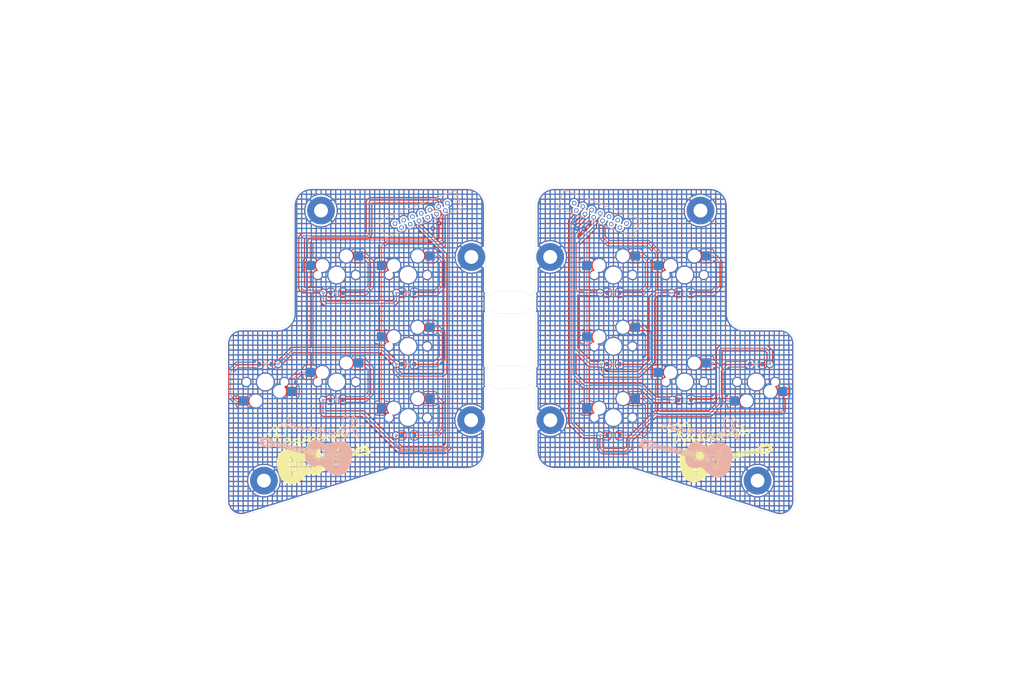
<source format=kicad_pcb>
(kicad_pcb (version 20240108) (generator "pcbnew") (generator_version "8.0")
  (layers (0 "F.Cu" signal) (31 "B.Cu" signal) (34 "B.Paste" user) (35 "F.Paste" user) (36 "B.SilkS" user "B.Silkscreen") (37 "F.SilkS" user "F.Silkscreen") (38 "B.Mask" user) (39 "F.Mask" user) (44 "Edge.Cuts" user))
  (net 0 "")
  (net 1 "/ROW_3")
  (net 2 "Net-(D1-A)")
  (net 3 "Net-(D2-A)")
  (net 4 "/ROW_4")
  (net 5 "/ROW_2")
  (net 6 "Net-(D3-A)")
  (net 7 "Net-(D4-A)")
  (net 8 "Net-(D5-A)")
  (net 9 "/ROW_5")
  (net 10 "Net-(D6-A)")
  (net 11 "Net-(D7-A)")
  (net 12 "Net-(D8-A)")
  (net 13 "Net-(D9-A)")
  (net 14 "Net-(D10-A)")
  (net 15 "Net-(D11-A)")
  (net 16 "Net-(D12-A)")
  (net 17 "/COL_5")
  (net 18 "/COL_6")
  (net 27 "/ROW_R_6")
  (net 28 "/ROW_R_8")
  (net 29 "/ROW_R_9")
  (net 30 "/ROW_R_7")
  (net 31 "/COL_R_6")
  (net 32 "/COL_R_5")
  (net 33 "/GND_L")
  (net 34 "/GND_R")
  (net 35 "unconnected-(J1-Pin_11-Pad11)")
  (footprint "HOLE_M2_TH" (layer "F.Cu") (at 154.681387 112.2619)
    (property "Reference" "" (at 0 0 0) (layer "F.SilkS") (effects (font (size 1.27 1.27))))
    (property "Value" "")
    (pad "" np_thru_hole circle (at 0 -1.875 90) (size 0.5 0.5) (drill 0.5) (layers "F&B.Cu" "*.Mask") (clearance 0.3))
    (pad "" np_thru_hole circle (at 0 -1.125 90) (size 0.5 0.5) (drill 0.5) (layers "F&B.Cu" "*.Mask") (clearance 0.3))
    (pad "" np_thru_hole circle (at 0 -0.375 90) (size 0.5 0.5) (drill 0.5) (layers "F&B.Cu" "*.Mask") (clearance 0.3))
    (pad "" np_thru_hole circle (at 0 0.375 90) (size 0.5 0.5) (drill 0.5) (layers "F&B.Cu" "*.Mask") (clearance 0.3))
    (pad "" np_thru_hole circle (at 0 1.125 90) (size 0.5 0.5) (drill 0.5) (layers "F&B.Cu" "*.Mask") (clearance 0.3))
    (pad "" np_thru_hole circle (at 0 1.875 90) (size 0.5 0.5) (drill 0.5) (layers "F&B.Cu" "*.Mask") (clearance 0.3))
  )
  (footprint "MountingHole:MountingHole_3.7mm_Pad" (layer "F.Cu") (at 97.686989 67.741107)
    (property "Reference" "H4" (hide yes))
    (property "Value" "MountingHole_Pad")
    (pad "1" thru_hole circle (at 0 0) (size 7.4 7.4) (drill 3.7) (layers "*.Cu" "*.Mask") (net 33 "/GND_L"))
  )
  (footprint "MountingHole:MountingHole_3.7mm_Pad" (layer "F.Cu") (at 198.9719 67.7411)
    (property "Reference" "H8" (hide yes))
    (property "Value" "MountingHole_Pad")
    (pad "1" thru_hole circle (at 0 0) (size 7.4 7.4) (drill 3.7) (layers "*.Cu" "*.Mask") (net 34 "/GND_R"))
  )
  (footprint "Rasgueado_Lib:Logo" (layer "F.Cu") (at 204.4089 132.2621)
    (property "Reference" "G***" (hide yes))
    (property "Value" "LOGO" (hide yes))
  )
  (footprint "MountingHole:MountingHole_3.7mm_Pad" (layer "F.Cu") (at 137.752989 123.737107)
    (property "Reference" "H2" (hide yes))
    (property "Value" "MountingHole_Pad")
    (pad "1" thru_hole circle (at 0 0) (size 7.4 7.4) (drill 3.7) (layers "*.Cu" "*.Mask") (net 33 "/GND_L"))
  )
  (footprint "MountingHole:MountingHole_3.7mm_Pad" (layer "F.Cu") (at 158.8559 80.1371)
    (property "Reference" "H6" (hide yes))
    (property "Value" "MountingHole_Pad")
    (pad "1" thru_hole circle (at 0 0) (size 7.4 7.4) (drill 3.7) (layers "*.Cu" "*.Mask") (net 34 "/GND_R"))
  )
  (footprint "HOLE_M2_TH" (layer "F.Cu") (at 141.861387 112.2619)
    (property "Reference" "" (at 0 0 0) (layer "F.SilkS") (effects (font (size 1.27 1.27))))
    (property "Value" "")
    (pad "" np_thru_hole circle (at 0 -1.875 90) (size 0.5 0.5) (drill 0.5) (layers "F&B.Cu" "*.Mask") (clearance 0.3))
    (pad "" np_thru_hole circle (at 0 -1.125 90) (size 0.5 0.5) (drill 0.5) (layers "F&B.Cu" "*.Mask") (clearance 0.3))
    (pad "" np_thru_hole circle (at 0 -0.375 90) (size 0.5 0.5) (drill 0.5) (layers "F&B.Cu" "*.Mask") (clearance 0.3))
    (pad "" np_thru_hole circle (at 0 0.375 90) (size 0.5 0.5) (drill 0.5) (layers "F&B.Cu" "*.Mask") (clearance 0.3))
    (pad "" np_thru_hole circle (at 0 1.125 90) (size 0.5 0.5) (drill 0.5) (layers "F&B.Cu" "*.Mask") (clearance 0.3))
    (pad "" np_thru_hole circle (at 0 1.875 90) (size 0.5 0.5) (drill 0.5) (layers "F&B.Cu" "*.Mask") (clearance 0.3))
  )
  (footprint "MountingHole:MountingHole_3.7mm_Pad" (layer "F.Cu") (at 158.9059 123.7371)
    (property "Reference" "H7" (hide yes))
    (property "Value" "MountingHole_Pad")
    (pad "1" thru_hole circle (at 0 0) (size 7.4 7.4) (drill 3.7) (layers "*.Cu" "*.Mask") (net 34 "/GND_R"))
  )
  (footprint "MountingHole:MountingHole_3.7mm_Pad" (layer "F.Cu") (at 82.446989 139.877107)
    (property "Reference" "H1" (hide yes))
    (property "Value" "MountingHole_Pad")
    (pad "1" thru_hole circle (at 0 0) (size 7.4 7.4) (drill 3.7) (layers "*.Cu" "*.Mask") (net 33 "/GND_L"))
  )
  (footprint "MountingHole:MountingHole_3.7mm_Pad" (layer "F.Cu") (at 137.802989 80.137107)
    (property "Reference" "H3" (hide yes))
    (property "Value" "MountingHole_Pad")
    (pad "1" thru_hole circle (at 0 0) (size 7.4 7.4) (drill 3.7) (layers "*.Cu" "*.Mask") (net 33 "/GND_L"))
  )
  (footprint "HOLE_M2_TH" (layer "F.Cu") (at 154.681387 92.2619)
    (property "Reference" "" (at 0 0 0) (layer "F.SilkS") (effects (font (size 1.27 1.27))))
    (property "Value" "")
    (pad "" np_thru_hole circle (at 0 -1.875 90) (size 0.5 0.5) (drill 0.5) (layers "F&B.Cu" "*.Mask") (clearance 0.3))
    (pad "" np_thru_hole circle (at 0 -1.125 90) (size 0.5 0.5) (drill 0.5) (layers "F&B.Cu" "*.Mask") (clearance 0.3))
    (pad "" np_thru_hole circle (at 0 -0.375 90) (size 0.5 0.5) (drill 0.5) (layers "F&B.Cu" "*.Mask") (clearance 0.3))
    (pad "" np_thru_hole circle (at 0 0.375 90) (size 0.5 0.5) (drill 0.5) (layers "F&B.Cu" "*.Mask") (clearance 0.3))
    (pad "" np_thru_hole circle (at 0 1.125 90) (size 0.5 0.5) (drill 0.5) (layers "F&B.Cu" "*.Mask") (clearance 0.3))
    (pad "" np_thru_hole circle (at 0 1.875 90) (size 0.5 0.5) (drill 0.5) (layers "F&B.Cu" "*.Mask") (clearance 0.3))
  )
  (footprint "Rasgueado_Lib:Logo" (layer "F.Cu") (at 96.9089 132.7621)
    (property "Reference" "G***" (hide yes))
    (property "Value" "LOGO" (hide yes))
  )
  (footprint "MountingHole:MountingHole_3.7mm_Pad" (layer "F.Cu") (at 214.2119 139.8771)
    (property "Reference" "H5" (hide yes))
    (property "Value" "MountingHole_Pad")
    (pad "1" thru_hole circle (at 0 0) (size 7.4 7.4) (drill 3.7) (layers "*.Cu" "*.Mask") (net 34 "/GND_R"))
  )
  (footprint "HOLE_M2_TH" (layer "F.Cu") (at 141.861387 92.2619)
    (property "Reference" "" (at 0 0 0) (layer "F.SilkS") (effects (font (size 1.27 1.27))))
    (property "Value" "")
    (pad "" np_thru_hole circle (at 0 -1.875 90) (size 0.5 0.5) (drill 0.5) (layers "F&B.Cu" "*.Mask") (clearance 0.3))
    (pad "" np_thru_hole circle (at 0 -1.125 90) (size 0.5 0.5) (drill 0.5) (layers "F&B.Cu" "*.Mask") (clearance 0.3))
    (pad "" np_thru_hole circle (at 0 -0.375 90) (size 0.5 0.5) (drill 0.5) (layers "F&B.Cu" "*.Mask") (clearance 0.3))
    (pad "" np_thru_hole circle (at 0 0.375 90) (size 0.5 0.5) (drill 0.5) (layers "F&B.Cu" "*.Mask") (clearance 0.3))
    (pad "" np_thru_hole circle (at 0 1.125 90) (size 0.5 0.5) (drill 0.5) (layers "F&B.Cu" "*.Mask") (clearance 0.3))
    (pad "" np_thru_hole circle (at 0 1.875 90) (size 0.5 0.5) (drill 0.5) (layers "F&B.Cu" "*.Mask") (clearance 0.3))
  )
  (footprint "MX_V2-main:MX-Hotswap-1U" (layer "B.Cu") (at 82.827989 113.524607)
    (property "Reference" "S1")
    (property "Value" "Left2uOuter")
    (pad "" np_thru_hole circle (at -5.08 0 48.099) (size 1.7018 1.7018) (drill 1.7018) (layers "F&B.Cu" "*.Mask"))
    (pad "" np_thru_hole circle (at -2.54 5.08) (size 3 3) (drill 3) (layers "F&B.Cu" "*.Mask"))
    (pad "" np_thru_hole circle (at 0 0) (size 3.9878 3.9878) (drill 3.9878) (layers "F&B.Cu" "*.Mask"))
    (pad "" np_thru_hole circle (at 3.81 2.54) (size 3 3) (drill 3) (layers "F&B.Cu" "*.Mask"))
    (pad "" np_thru_hole circle (at 5.08 0 48.099) (size 1.7018 1.7018) (drill 1.7018) (layers "F&B.Cu" "*.Mask"))
    (pad "1" smd roundrect (at 7.085 2.54) (size 2.55 2.5) (layers "B.Cu" "B.Paste" "B.Mask") (roundrect_rratio 0.08) (net 18 "/COL_6"))
    (pad "2" smd roundrect (at -5.842 5.08) (size 2.55 2.5) (layers "B.Cu" "B.Paste" "B.Mask") (roundrect_rratio 0.08) (net 2 "Net-(D1-A)"))
  )
  (footprint "MX_V2-main:MX-Hotswap-1U" (layer "B.Cu") (at 101.877989 113.524607 180)
    (property "Reference" "S2")
    (property "Value" "Left2uMiddle")
    (pad "" np_thru_hole circle (at -5.08 0 228.099) (size 1.7018 1.7018) (drill 1.7018) (layers "F&B.Cu" "*.Mask"))
    (pad "" np_thru_hole circle (at -2.54 5.08 180) (size 3 3) (drill 3) (layers "F&B.Cu" "*.Mask"))
    (pad "" np_thru_hole circle (at 0 0 180) (size 3.9878 3.9878) (drill 3.9878) (layers "F&B.Cu" "*.Mask"))
    (pad "" np_thru_hole circle (at 3.81 2.54 180) (size 3 3) (drill 3) (layers "F&B.Cu" "*.Mask"))
    (pad "" np_thru_hole circle (at 5.08 0 228.099) (size 1.7018 1.7018) (drill 1.7018) (layers "F&B.Cu" "*.Mask"))
    (pad "1" smd roundrect (at 7.085 2.54 180) (size 2.55 2.5) (layers "B.Cu" "B.Paste" "B.Mask") (roundrect_rratio 0.08) (net 18 "/COL_6"))
    (pad "2" smd roundrect (at -5.842 5.08 180) (size 2.55 2.5) (layers "B.Cu" "B.Paste" "B.Mask") (roundrect_rratio 0.08) (net 3 "Net-(D2-A)"))
  )
  (footprint "ScottoKeebs_Components:Diode_SOD-123" (layer "B.Cu") (at 175.7309 127.8121)
    (property "Reference" "D12" (hide yes))
    (property "Value" "Diode")
    (pad "1" smd roundrect (at -1.65 0) (size 0.9 1.2) (layers "B.Cu" "B.Paste" "B.Mask") (net 27 "/ROW_R_6"))
    (pad "2" smd roundrect (at 1.65 0) (size 0.9 1.2) (layers "B.Cu" "B.Paste" "B.Mask") (net 16 "Net-(D12-A)"))
  )
  (footprint "MX_V2-main:MX-Hotswap-1U" (layer "B.Cu") (at 175.7309 84.9496 180)
    (property "Reference" "S9")
    (property "Value" "Right1uTopInner")
    (pad "" np_thru_hole circle (at -5.08 0 228.099) (size 1.7018 1.7018) (drill 1.7018) (layers "F&B.Cu" "*.Mask"))
    (pad "" np_thru_hole circle (at -2.54 5.08 180) (size 3 3) (drill 3) (layers "F&B.Cu" "*.Mask"))
    (pad "" np_thru_hole circle (at 0 0 180) (size 3.9878 3.9878) (drill 3.9878) (layers "F&B.Cu" "*.Mask"))
    (pad "" np_thru_hole circle (at 3.81 2.54 180) (size 3 3) (drill 3) (layers "F&B.Cu" "*.Mask"))
    (pad "" np_thru_hole circle (at 5.08 0 228.099) (size 1.7018 1.7018) (drill 1.7018) (layers "F&B.Cu" "*.Mask"))
    (pad "1" smd roundrect (at 7.085 2.54 180) (size 2.55 2.5) (layers "B.Cu" "B.Paste" "B.Mask") (roundrect_rratio 0.08) (net 31 "/COL_R_6"))
    (pad "2" smd roundrect (at -5.842 5.08 180) (size 2.55 2.5) (layers "B.Cu" "B.Paste" "B.Mask") (roundrect_rratio 0.08) (net 13 "Net-(D9-A)"))
  )
  (footprint "MX_V2-main:MX-Hotswap-1U" (layer "B.Cu") (at 120.927989 103.999607 180)
    (property "Reference" "S4")
    (property "Value" "Left1uMiddle")
    (pad "" np_thru_hole circle (at -5.08 0 228.099) (size 1.7018 1.7018) (drill 1.7018) (layers "F&B.Cu" "*.Mask"))
    (pad "" np_thru_hole circle (at -2.54 5.08 180) (size 3 3) (drill 3) (layers "F&B.Cu" "*.Mask"))
    (pad "" np_thru_hole circle (at 0 0 180) (size 3.9878 3.9878) (drill 3.9878) (layers "F&B.Cu" "*.Mask"))
    (pad "" np_thru_hole circle (at 3.81 2.54 180) (size 3 3) (drill 3) (layers "F&B.Cu" "*.Mask"))
    (pad "" np_thru_hole circle (at 5.08 0 228.099) (size 1.7018 1.7018) (drill 1.7018) (layers "F&B.Cu" "*.Mask"))
    (pad "1" smd roundrect (at 7.085 2.54 180) (size 2.55 2.5) (layers "B.Cu" "B.Paste" "B.Mask") (roundrect_rratio 0.08) (net 17 "/COL_5"))
    (pad "2" smd roundrect (at -5.842 5.08 180) (size 2.55 2.5) (layers "B.Cu" "B.Paste" "B.Mask") (roundrect_rratio 0.08) (net 7 "Net-(D4-A)"))
  )
  (footprint "Rasgueado_Lib:39-53-2135" (layer "B.Cu") (at 124.41794 68.478067 -158.769)
    (property "Reference" "J1" (hide yes))
    (property "Value" "Bottom_Left")
    (pad "1" thru_hole circle (at -7.5 0 201.231) (size 1.2 1.2) (drill 0.8) (layers "*.Cu" "*.Mask") (net 4 "/ROW_4"))
    (pad "2" thru_hole circle (at -6.25 -1.65 201.231) (size 1.2 1.2) (drill 0.8) (layers "*.Cu" "*.Mask") (net 5 "/ROW_2"))
    (pad "3" thru_hole circle (at -5 0 201.231) (size 1.2 1.2) (drill 0.8) (layers "*.Cu" "*.Mask") (net 9 "/ROW_5"))
    (pad "4" thru_hole circle (at -3.75 -1.65 201.231) (size 1.2 1.2) (drill 0.8) (layers "*.Cu" "*.Mask") (net 18 "/COL_6"))
    (pad "5" thru_hole circle (at -2.5 0 201.231) (size 1.2 1.2) (drill 0.8) (layers "*.Cu" "*.Mask") (net 17 "/COL_5"))
    (pad "6" thru_hole circle (at -1.25 -1.65 201.231) (size 1.2 1.2) (drill 0.8) (layers "*.Cu" "*.Mask"))
    (pad "7" thru_hole circle (at 0 0 201.231) (size 1.2 1.2) (drill 0.8) (layers "*.Cu" "*.Mask"))
    (pad "8" thru_hole circle (at 1.25 -1.65 201.231) (size 1.2 1.2) (drill 0.8) (layers "*.Cu" "*.Mask") (net 1 "/ROW_3"))
    (pad "9" thru_hole circle (at 2.5 0 201.231) (size 1.2 1.2) (drill 0.8) (layers "*.Cu" "*.Mask"))
    (pad "10" thru_hole circle (at 3.75 -1.65 201.231) (size 1.2 1.2) (drill 0.8) (layers "*.Cu" "*.Mask"))
    (pad "11" thru_hole circle (at 5 0 201.231) (size 1.2 1.2) (drill 0.8) (layers "*.Cu" "*.Mask") (net 35 "unconnected-(J1-Pin_11-Pad11)"))
    (pad "12" thru_hole circle (at 6.25 -1.65 201.231) (size 1.2 1.2) (drill 0.8) (layers "*.Cu" "*.Mask"))
    (pad "13" thru_hole circle (at 7.5 0 201.231) (size 1.2 1.2) (drill 0.8) (layers "*.Cu" "*.Mask"))
  )
  (footprint "ScottoKeebs_Components:Diode_SOD-123" (layer "B.Cu") (at 120.927989 108.762107)
    (property "Reference" "D4" (hide yes))
    (property "Value" "Diode")
    (pad "1" smd roundrect (at -1.65 0) (size 0.9 1.2) (layers "B.Cu" "B.Paste" "B.Mask") (net 1 "/ROW_3"))
    (pad "2" smd roundrect (at 1.65 0) (size 0.9 1.2) (layers "B.Cu" "B.Paste" "B.Mask") (net 7 "Net-(D4-A)"))
  )
  (footprint "Rasgueado_Lib:39-53-2135" (layer "B.Cu") (at 172.24096 68.478067 158.769)
    (property "Reference" "J2" (hide yes))
    (property "Value" "Bottom_Right")
    (pad "1" thru_hole circle (at -7.5 0 158.769) (size 1.2 1.2) (drill 0.8) (layers "*.Cu" "*.Mask"))
    (pad "2" thru_hole circle (at -6.25 -1.65 158.769) (size 1.2 1.2) (drill 0.8) (layers "*.Cu" "*.Mask"))
    (pad "3" thru_hole circle (at -5 0 158.769) (size 1.2 1.2) (drill 0.8) (layers "*.Cu" "*.Mask"))
    (pad "4" thru_hole circle (at -3.75 -1.65 158.769) (size 1.2 1.2) (drill 0.8) (layers "*.Cu" "*.Mask"))
    (pad "5" thru_hole circle (at -2.5 0 158.769) (size 1.2 1.2) (drill 0.8) (layers "*.Cu" "*.Mask"))
    (pad "6" thru_hole circle (at -1.25 -1.65 158.769) (size 1.2 1.2) (drill 0.8) (layers "*.Cu" "*.Mask") (net 32 "/COL_R_5"))
    (pad "7" thru_hole circle (at 0 0 158.769) (size 1.2 1.2) (drill 0.8) (layers "*.Cu" "*.Mask") (net 31 "/COL_R_6"))
    (pad "8" thru_hole circle (at 1.25 -1.65 158.769) (size 1.2 1.2) (drill 0.8) (layers "*.Cu" "*.Mask") (net 29 "/ROW_R_9"))
    (pad "9" thru_hole circle (at 2.5 0 158.769) (size 1.2 1.2) (drill 0.8) (layers "*.Cu" "*.Mask") (net 28 "/ROW_R_8"))
    (pad "10" thru_hole circle (at 3.75 -1.65 158.769) (size 1.2 1.2) (drill 0.8) (layers "*.Cu" "*.Mask") (net 30 "/ROW_R_7"))
    (pad "11" thru_hole circle (at 5 0 158.769) (size 1.2 1.2) (drill 0.8) (layers "*.Cu" "*.Mask") (net 27 "/ROW_R_6"))
    (pad "12" thru_hole circle (at 6.25 -1.65 158.769) (size 1.2 1.2) (drill 0.8) (layers "*.Cu" "*.Mask"))
    (pad "13" thru_hole circle (at 7.5 0 158.769) (size 1.2 1.2) (drill 0.8) (layers "*.Cu" "*.Mask"))
  )
  (footprint "MX_V2-main:MX-Hotswap-1U" (layer "B.Cu") (at 175.7309 123.0496 180)
    (property "Reference" "S12")
    (property "Value" "Right1uBottom")
    (pad "" np_thru_hole circle (at -5.08 0 228.099) (size 1.7018 1.7018) (drill 1.7018) (layers "F&B.Cu" "*.Mask"))
    (pad "" np_thru_hole circle (at -2.54 5.08 180) (size 3 3) (drill 3) (layers "F&B.Cu" "*.Mask"))
    (pad "" np_thru_hole circle (at 0 0 180) (size 3.9878 3.9878) (drill 3.9878) (layers "F&B.Cu" "*.Mask"))
    (pad "" np_thru_hole circle (at 3.81 2.54 180) (size 3 3) (drill 3) (layers "F&B.Cu" "*.Mask"))
    (pad "" np_thru_hole circle (at 5.08 0 228.099) (size 1.7018 1.7018) (drill 1.7018) (layers "F&B.Cu" "*.Mask"))
    (pad "1" smd roundrect (at 7.085 2.54 180) (size 2.55 2.5) (layers "B.Cu" "B.Paste" "B.Mask") (roundrect_rratio 0.08) (net 31 "/COL_R_6"))
    (pad "2" smd roundrect (at -5.842 5.08 180) (size 2.55 2.5) (layers "B.Cu" "B.Paste" "B.Mask") (roundrect_rratio 0.08) (net 16 "Net-(D12-A)"))
  )
  (footprint "ScottoKeebs_Components:Diode_SOD-123" (layer "B.Cu") (at 120.927989 127.812107)
    (property "Reference" "D3" (hide yes))
    (property "Value" "Diode")
    (pad "1" smd roundrect (at -1.65 0) (size 0.9 1.2) (layers "B.Cu" "B.Paste" "B.Mask") (net 5 "/ROW_2"))
    (pad "2" smd roundrect (at 1.65 0) (size 0.9 1.2) (layers "B.Cu" "B.Paste" "B.Mask") (net 6 "Net-(D3-A)"))
  )
  (footprint "ScottoKeebs_Components:Diode_SOD-123" (layer "B.Cu") (at 194.7809 118.2871)
    (property "Reference" "D11" (hide yes))
    (property "Value" "Diode")
    (pad "1" smd roundrect (at -1.65 0) (size 0.9 1.2) (layers "B.Cu" "B.Paste" "B.Mask") (net 30 "/ROW_R_7"))
    (pad "2" smd roundrect (at 1.65 0) (size 0.9 1.2) (layers "B.Cu" "B.Paste" "B.Mask") (net 15 "Net-(D11-A)"))
  )
  (footprint "ScottoKeebs_Components:Diode_SOD-123" (layer "B.Cu") (at 194.7809 89.7121)
    (property "Reference" "D10" (hide yes))
    (property "Value" "Diode")
    (pad "1" smd roundrect (at -1.65 0) (size 0.9 1.2) (layers "B.Cu" "B.Paste" "B.Mask") (net 28 "/ROW_R_8"))
    (pad "2" smd roundrect (at 1.65 0) (size 0.9 1.2) (layers "B.Cu" "B.Paste" "B.Mask") (net 14 "Net-(D10-A)"))
  )
  (footprint "ScottoKeebs_Components:Diode_SOD-123" (layer "B.Cu") (at 175.7309 89.7121)
    (property "Reference" "D9" (hide yes))
    (property "Value" "Diode")
    (pad "1" smd roundrect (at -1.65 0) (size 0.9 1.2) (layers "B.Cu" "B.Paste" "B.Mask") (net 29 "/ROW_R_9"))
    (pad "2" smd roundrect (at 1.65 0) (size 0.9 1.2) (layers "B.Cu" "B.Paste" "B.Mask") (net 13 "Net-(D9-A)"))
  )
  (footprint "MX_V2-main:MX-Hotswap-1U" (layer "B.Cu") (at 213.8309 113.5246)
    (property "Reference" "S7")
    (property "Value" "Right2uOuter")
    (pad "" np_thru_hole circle (at -5.08 0 48.099) (size 1.7018 1.7018) (drill 1.7018) (layers "F&B.Cu" "*.Mask"))
    (pad "" np_thru_hole circle (at -2.54 5.08) (size 3 3) (drill 3) (layers "F&B.Cu" "*.Mask"))
    (pad "" np_thru_hole circle (at 0 0) (size 3.9878 3.9878) (drill 3.9878) (layers "F&B.Cu" "*.Mask"))
    (pad "" np_thru_hole circle (at 3.81 2.54) (size 3 3) (drill 3) (layers "F&B.Cu" "*.Mask"))
    (pad "" np_thru_hole circle (at 5.08 0 48.099) (size 1.7018 1.7018) (drill 1.7018) (layers "F&B.Cu" "*.Mask"))
    (pad "1" smd roundrect (at 7.085 2.54) (size 2.55 2.5) (layers "B.Cu" "B.Paste" "B.Mask") (roundrect_rratio 0.08) (net 32 "/COL_R_5"))
    (pad "2" smd roundrect (at -5.842 5.08) (size 2.55 2.5) (layers "B.Cu" "B.Paste" "B.Mask") (roundrect_rratio 0.08) (net 11 "Net-(D7-A)"))
  )
  (footprint "MX_V2-main:MX-Hotswap-1U" (layer "B.Cu") (at 120.927989 84.949607 180)
    (property "Reference" "S5")
    (property "Value" "Left1uTopInner")
    (pad "" np_thru_hole circle (at -5.08 0 228.099) (size 1.7018 1.7018) (drill 1.7018) (layers "F&B.Cu" "*.Mask"))
    (pad "" np_thru_hole circle (at -2.54 5.08 180) (size 3 3) (drill 3) (layers "F&B.Cu" "*.Mask"))
    (pad "" np_thru_hole circle (at 0 0 180) (size 3.9878 3.9878) (drill 3.9878) (layers "F&B.Cu" "*.Mask"))
    (pad "" np_thru_hole circle (at 3.81 2.54 180) (size 3 3) (drill 3) (layers "F&B.Cu" "*.Mask"))
    (pad "" np_thru_hole circle (at 5.08 0 228.099) (size 1.7018 1.7018) (drill 1.7018) (layers "F&B.Cu" "*.Mask"))
    (pad "1" smd roundrect (at 7.085 2.54 180) (size 2.55 2.5) (layers "B.Cu" "B.Paste" "B.Mask") (roundrect_rratio 0.08) (net 17 "/COL_5"))
    (pad "2" smd roundrect (at -5.842 5.08 180) (size 2.55 2.5) (layers "B.Cu" "B.Paste" "B.Mask") (roundrect_rratio 0.08) (net 8 "Net-(D5-A)"))
  )
  (footprint "Rasgueado_Lib:Logo" (layer "B.Cu") (at 95 130.5 180)
    (property "Reference" "G***" (hide yes))
    (property "Value" "LOGO" (hide yes))
  )
  (footprint "ScottoKeebs_Components:Diode_SOD-123" (layer "B.Cu") (at 120.927989 89.712107)
    (property "Reference" "D5" (hide yes))
    (property "Value" "Diode")
    (pad "1" smd roundrect (at -1.65 0) (size 0.9 1.2) (layers "B.Cu" "B.Paste" "B.Mask") (net 9 "/ROW_5"))
    (pad "2" smd roundrect (at 1.65 0) (size 0.9 1.2) (layers "B.Cu" "B.Paste" "B.Mask") (net 8 "Net-(D5-A)"))
  )
  (footprint "ScottoKeebs_Components:Diode_SOD-123" (layer "B.Cu") (at 101.877989 118.287107)
    (property "Reference" "D2" (hide yes))
    (property "Value" "Diode")
    (pad "1" smd roundrect (at -1.65 0) (size 0.9 1.2) (layers "B.Cu" "B.Paste" "B.Mask") (net 4 "/ROW_4"))
    (pad "2" smd roundrect (at 1.65 0) (size 0.9 1.2) (layers "B.Cu" "B.Paste" "B.Mask") (net 3 "Net-(D2-A)"))
  )
  (footprint "MX_V2-main:MX-Hotswap-1U" (layer "B.Cu") (at 101.877989 84.949607 180)
    (property "Reference" "S6")
    (property "Value" "Left1uTopMiddle")
    (pad "" np_thru_hole circle (at -5.08 0 228.099) (size 1.7018 1.7018) (drill 1.7018) (layers "F&B.Cu" "*.Mask"))
    (pad "" np_thru_hole circle (at -2.54 5.08 180) (size 3 3) (drill 3) (layers "F&B.Cu" "*.Mask"))
    (pad "" np_thru_hole circle (at 0 0 180) (size 3.9878 3.9878) (drill 3.9878) (layers "F&B.Cu" "*.Mask"))
    (pad "" np_thru_hole circle (at 3.81 2.54 180) (size 3 3) (drill 3) (layers "F&B.Cu" "*.Mask"))
    (pad "" np_thru_hole circle (at 5.08 0 228.099) (size 1.7018 1.7018) (drill 1.7018) (layers "F&B.Cu" "*.Mask"))
    (pad "1" smd roundrect (at 7.085 2.54 180) (size 2.55 2.5) (layers "B.Cu" "B.Paste" "B.Mask") (roundrect_rratio 0.08) (net 18 "/COL_6"))
    (pad "2" smd roundrect (at -5.842 5.08 180) (size 2.55 2.5) (layers "B.Cu" "B.Paste" "B.Mask") (roundrect_rratio 0.08) (net 10 "Net-(D6-A)"))
  )
  (footprint "ScottoKeebs_Components:Diode_SOD-123" (layer "B.Cu") (at 175.7309 108.7621)
    (property "Reference" "D8" (hide yes))
    (property "Value" "Diode")
    (pad "1" smd roundrect (at -1.65 0) (size 0.9 1.2) (layers "B.Cu" "B.Paste" "B.Mask") (net 28 "/ROW_R_8"))
    (pad "2" smd roundrect (at 1.65 0) (size 0.9 1.2) (layers "B.Cu" "B.Paste" "B.Mask") (net 12 "Net-(D8-A)"))
  )
  (footprint "ScottoKeebs_Components:Diode_SOD-123" (layer "B.Cu") (at 213.8309 108.7621 180)
    (property "Reference" "D7" (hide yes))
    (property "Value" "Diode")
    (pad "1" smd roundrect (at -1.65 0 180) (size 0.9 1.2) (layers "B.Cu" "B.Paste" "B.Mask") (net 27 "/ROW_R_6"))
    (pad "2" smd roundrect (at 1.65 0 180) (size 0.9 1.2) (layers "B.Cu" "B.Paste" "B.Mask") (net 11 "Net-(D7-A)"))
  )
  (footprint "ScottoKeebs_Components:Diode_SOD-123" (layer "B.Cu") (at 82.827989 108.762107 180)
    (property "Reference" "D1" (hide yes))
    (property "Value" "Diode")
    (pad "1" smd roundrect (at -1.65 0 180) (size 0.9 1.2) (layers "B.Cu" "B.Paste" "B.Mask") (net 1 "/ROW_3"))
    (pad "2" smd roundrect (at 1.65 0 180) (size 0.9 1.2) (layers "B.Cu" "B.Paste" "B.Mask") (net 2 "Net-(D1-A)"))
  )
  (footprint "MX_V2-main:MX-Hotswap-1U" (layer "B.Cu") (at 194.7809 113.5246 180)
    (property "Reference" "S11")
    (property "Value" "Right2uMiddle")
    (pad "" np_thru_hole circle (at -5.08 0 228.099) (size 1.7018 1.7018) (drill 1.7018) (layers "F&B.Cu" "*.Mask"))
    (pad "" np_thru_hole circle (at -2.54 5.08 180) (size 3 3) (drill 3) (layers "F&B.Cu" "*.Mask"))
    (pad "" np_thru_hole circle (at 0 0 180) (size 3.9878 3.9878) (drill 3.9878) (layers "F&B.Cu" "*.Mask"))
    (pad "" np_thru_hole circle (at 3.81 2.54 180) (size 3 3) (drill 3) (layers "F&B.Cu" "*.Mask"))
    (pad "" np_thru_hole circle (at 5.08 0 228.099) (size 1.7018 1.7018) (drill 1.7018) (layers "F&B.Cu" "*.Mask"))
    (pad "1" smd roundrect (at 7.085 2.54 180) (size 2.55 2.5) (layers "B.Cu" "B.Paste" "B.Mask") (roundrect_rratio 0.08) (net 32 "/COL_R_5"))
    (pad "2" smd roundrect (at -5.842 5.08 180) (size 2.55 2.5) (layers "B.Cu" "B.Paste" "B.Mask") (roundrect_rratio 0.08) (net 15 "Net-(D11-A)"))
  )
  (footprint "Rasgueado_Lib:Logo" (layer "B.Cu") (at 196.5 131 180)
    (property "Reference" "G***" (hide yes))
    (property "Value" "LOGO" (hide yes))
  )
  (footprint "MX_V2-main:MX-Hotswap-1U" (layer "B.Cu") (at 175.7309 103.9996 180)
    (property "Reference" "S8")
    (property "Value" "Right1uMiddle")
    (pad "" np_thru_hole circle (at -5.08 0 228.099) (size 1.7018 1.7018) (drill 1.7018) (layers "F&B.Cu" "*.Mask"))
    (pad "" np_thru_hole circle (at -2.54 5.08 180) (size 3 3) (drill 3) (layers "F&B.Cu" "*.Mask"))
    (pad "" np_thru_hole circle (at 0 0 180) (size 3.9878 3.9878) (drill 3.9878) (layers "F&B.Cu" "*.Mask"))
    (pad "" np_thru_hole circle (at 3.81 2.54 180) (size 3 3) (drill 3) (layers "F&B.Cu" "*.Mask"))
    (pad "" np_thru_hole circle (at 5.08 0 228.099) (size 1.7018 1.7018) (drill 1.7018) (layers "F&B.Cu" "*.Mask"))
    (pad "1" smd roundrect (at 7.085 2.54 180) (size 2.55 2.5) (layers "B.Cu" "B.Paste" "B.Mask") (roundrect_rratio 0.08) (net 31 "/COL_R_6"))
    (pad "2" smd roundrect (at -5.842 5.08 180) (size 2.55 2.5) (layers "B.Cu" "B.Paste" "B.Mask") (roundrect_rratio 0.08) (net 12 "Net-(D8-A)"))
  )
  (footprint "MX_V2-main:MX-Hotswap-1U" (layer "B.Cu") (at 120.927989 123.049607 180)
    (property "Reference" "S3")
    (property "Value" "Left1uBottom")
    (pad "" np_thru_hole circle (at -5.08 0 228.099) (size 1.7018 1.7018) (drill 1.7018) (layers "F&B.Cu" "*.Mask"))
    (pad "" np_thru_hole circle (at -2.54 5.08 180) (size 3 3) (drill 3) (layers "F&B.Cu" "*.Mask"))
    (pad "" np_thru_hole circle (at 0 0 180) (size 3.9878 3.9878) (drill 3.9878) (layers "F&B.Cu" "*.Mask"))
    (pad "" np_thru_hole circle (at 3.81 2.54 180) (size 3 3) (drill 3) (layers "F&B.Cu" "*.Mask"))
    (pad "" np_thru_hole circle (at 5.08 0 228.099) (size 1.7018 1.7018) (drill 1.7018) (layers "F&B.Cu" "*.Mask"))
    (pad "1" smd roundrect (at 7.085 2.54 180) (size 2.55 2.5) (layers "B.Cu" "B.Paste" "B.Mask") (roundrect_rratio 0.08) (net 17 "/COL_5"))
    (pad "2" smd roundrect (at -5.842 5.08 180) (size 2.55 2.5) (layers "B.Cu" "B.Paste" "B.Mask") (roundrect_rratio 0.08) (net 6 "Net-(D3-A)"))
  )
  (footprint "ScottoKeebs_Components:Diode_SOD-123" (layer "B.Cu") (at 101.877989 89.712107)
    (property "Reference" "D6" (hide yes))
    (property "Value" "Diode")
    (pad "1" smd roundrect (at -1.65 0) (size 0.9 1.2) (layers "B.Cu" "B.Paste" "B.Mask") (net 9 "/ROW_5"))
    (pad "2" smd roundrect (at 1.65 0) (size 0.9 1.2) (layers "B.Cu" "B.Paste" "B.Mask") (net 10 "Net-(D6-A)"))
  )
  (footprint "MX_V2-main:MX-Hotswap-1U" (layer "B.Cu") (at 194.7809 84.9496 180)
    (property "Reference" "S10")
    (property "Value" "Right1uTopMiddle")
    (pad "" np_thru_hole circle (at -5.08 0 228.099) (size 1.7018 1.7018) (drill 1.7018) (layers "F&B.Cu" "*.Mask"))
    (pad "" np_thru_hole circle (at -2.54 5.08 180) (size 3 3) (drill 3) (layers "F&B.Cu" "*.Mask"))
    (pad "" np_thru_hole circle (at 0 0 180) (size 3.9878 3.9878) (drill 3.9878) (layers "F&B.Cu" "*.Mask"))
    (pad "" np_thru_hole circle (at 3.81 2.54 180) (size 3 3) (drill 3) (layers "F&B.Cu" "*.Mask"))
    (pad "" np_thru_hole circle (at 5.08 0 228.099) (size 1.7018 1.7018) (drill 1.7018) (layers "F&B.Cu" "*.Mask"))
    (pad "1" smd roundrect (at 7.085 2.54 180) (size 2.55 2.5) (layers "B.Cu" "B.Paste" "B.Mask") (roundrect_rratio 0.08) (net 32 "/COL_R_5"))
    (pad "2" smd roundrect (at -5.842 5.08 180) (size 2.55 2.5) (layers "B.Cu" "B.Paste" "B.Mask") (roundrect_rratio 0.08) (net 14 "Net-(D10-A)"))
  )
  (gr_line (start 154.999956 109.2621) (end 154.686445 109.2621) (stroke (width 0.05)) (layer "Edge.Cuts"))
  (gr_line (start 86.1589 99.2621) (end 76.4089 99.2621) (stroke (width 0.05)) (layer "Edge.Cuts"))
  (gr_line (start 141.856329 89.2621) (end 141.65887 89.2621) (stroke (width 0.05)) (layer "Edge.Cuts"))
  (gr_line (start 144.255445 115.2617) (end 152.287329 115.2617) (stroke (width 0.05)) (layer "Edge.Cuts"))
  (gr_line (start 141.6589 132) (end 141.65887 115.2617) (stroke (width 0.05)) (layer "Edge.Cuts"))
  (gr_line (start 72.4089 103.2621) (end 72.4089 145.310619) (stroke (width 0.05)) (layer "Edge.Cuts"))
  (gr_line (start 154.999956 89.2621) (end 154.686445 89.2621) (stroke (width 0.05)) (layer "Edge.Cuts"))
  (gr_arc (start 141.6589 132) (mid 140.194434 135.535534) (end 136.6589 137) (stroke (width 0.05)) (layer "Edge.Cuts"))
  (gr_line (start 141.65887 95.2617) (end 141.856329 95.2617) (stroke (width 0.05)) (layer "Edge.Cuts"))
  (gr_line (start 136.6589 61.5) (end 95.1589 61.5) (stroke (width 0.05)) (layer "Edge.Cuts"))
  (gr_arc (start 136.6589 61.5) (mid 140.194434 62.964466) (end 141.6589 66.5) (stroke (width 0.05)) (layer "Edge.Cuts"))
  (gr_arc (start 152.287329 95.2617) (mid 153.486887 94.134986) (end 154.686445 95.2617) (stroke (width 0.05)) (layer "Edge.Cuts"))
  (gr_arc (start 154.686445 89.2621) (mid 153.486887 90.388813) (end 152.287329 89.2621) (stroke (width 0.05)) (layer "Edge.Cuts"))
  (gr_line (start 141.856329 109.2621) (end 141.65887 109.2621) (stroke (width 0.05)) (layer "Edge.Cuts"))
  (gr_line (start 152.287329 89.2621) (end 144.255445 89.2621) (stroke (width 0.05)) (layer "Edge.Cuts"))
  (gr_arc (start 90.1589 66.5) (mid 91.623366 62.964466) (end 95.1589 61.5) (stroke (width 0.05)) (layer "Edge.Cuts"))
  (gr_line (start 136.6589 137) (end 116.1589 137) (stroke (width 0.05)) (layer "Edge.Cuts"))
  (gr_arc (start 152.287329 115.2617) (mid 153.486887 114.134986) (end 154.686445 115.2617) (stroke (width 0.05)) (layer "Edge.Cuts"))
  (gr_line (start 141.6589 66.5) (end 141.6589 89.2621) (stroke (width 0.05)) (layer "Edge.Cuts"))
  (gr_line (start 144.255445 95.2617) (end 152.287329 95.2617) (stroke (width 0.05)) (layer "Edge.Cuts"))
  (gr_line (start 116.1589 137) (end 77.609167 149.126292) (stroke (width 0.05)) (layer "Edge.Cuts"))
  (gr_line (start 154.686445 95.2617) (end 154.999956 95.2617) (stroke (width 0.05)) (layer "Edge.Cuts"))
  (gr_line (start 154.999956 95.2617) (end 154.999956 109.2621) (stroke (width 0.05)) (layer "Edge.Cuts"))
  (gr_line (start 155 66.5) (end 154.999956 89.2621) (stroke (width 0.05)) (layer "Edge.Cuts"))
  (gr_line (start 154.999956 115.2617) (end 155 132) (stroke (width 0.05)) (layer "Edge.Cuts"))
  (gr_arc (start 210.5 99.2621) (mid 207.671573 98.090527) (end 206.5 95.2621) (stroke (width 0.05)) (layer "Edge.Cuts"))
  (gr_line (start 141.65887 109.2621) (end 141.65887 95.2617) (stroke (width 0.05)) (layer "Edge.Cuts"))
  (gr_arc (start 141.856329 115.2617) (mid 143.055887 114.134986) (end 144.255445 115.2617) (stroke (width 0.05)) (layer "Edge.Cuts"))
  (gr_arc (start 141.856329 95.2617) (mid 143.055887 94.134986) (end 144.255445 95.2617) (stroke (width 0.05)) (layer "Edge.Cuts"))
  (gr_arc (start 224.25 145.310619) (mid 222.616319 148.535605) (end 219.049733 149.126292) (stroke (width 0.05)) (layer "Edge.Cuts"))
  (gr_arc (start 77.609167 149.126292) (mid 74.042581 148.535605) (end 72.4089 145.310619) (stroke (width 0.05)) (layer "Edge.Cuts"))
  (gr_line (start 154.686445 115.2617) (end 154.999956 115.2617) (stroke (width 0.05)) (layer "Edge.Cuts"))
  (gr_line (start 141.65887 115.2617) (end 141.856329 115.2617) (stroke (width 0.05)) (layer "Edge.Cuts"))
  (gr_arc (start 160 137) (mid 156.464466 135.535534) (end 155 132) (stroke (width 0.05)) (layer "Edge.Cuts"))
  (gr_arc (start 90.1589 95.2621) (mid 88.987327 98.090527) (end 86.1589 99.2621) (stroke (width 0.05)) (layer "Edge.Cuts"))
  (gr_arc (start 144.255445 89.2621) (mid 143.055887 90.388813) (end 141.856329 89.2621) (stroke (width 0.05)) (layer "Edge.Cuts"))
  (gr_line (start 160 61.5) (end 201.5 61.5) (stroke (width 0.05)) (layer "Edge.Cuts"))
  (gr_arc (start 144.255445 109.2621) (mid 143.055887 110.388813) (end 141.856329 109.2621) (stroke (width 0.05)) (layer "Edge.Cuts"))
  (gr_line (start 90.1589 66.5) (end 90.1589 95.2621) (stroke (width 0.05)) (layer "Edge.Cuts"))
  (gr_arc (start 201.5 61.5) (mid 205.035534 62.964466) (end 206.5 66.5) (stroke (width 0.05)) (layer "Edge.Cuts"))
  (gr_line (start 210.5 99.2621) (end 220.25 99.2621) (stroke (width 0.05)) (layer "Edge.Cuts"))
  (gr_arc (start 220.25 99.2621) (mid 223.078427 100.433673) (end 224.25 103.2621) (stroke (width 0.05)) (layer "Edge.Cuts"))
  (gr_line (start 180.5 137) (end 219.049733 149.126292) (stroke (width 0.05)) (layer "Edge.Cuts"))
  (gr_line (start 206.5 66.5) (end 206.5 95.2621) (stroke (width 0.05)) (layer "Edge.Cuts"))
  (gr_line (start 224.25 103.2621) (end 224.25 145.310619) (stroke (width 0.05)) (layer "Edge.Cuts"))
  (gr_line (start 152.287329 109.2621) (end 144.255445 109.2621) (stroke (width 0.05)) (layer "Edge.Cuts"))
  (gr_arc (start 72.4089 103.2621) (mid 73.580473 100.433673) (end 76.4089 99.2621) (stroke (width 0.05)) (layer "Edge.Cuts"))
  (gr_arc (start 154.686445 109.2621) (mid 153.486887 110.388813) (end 152.287329 109.2621) (stroke (width 0.05)) (layer "Edge.Cuts"))
  (gr_arc (start 155 66.5) (mid 156.464466 62.964466) (end 160 61.5) (stroke (width 0.05)) (layer "Edge.Cuts"))
  (gr_line (start 160 137) (end 180.5 137) (stroke (width 0.05)) (layer "Edge.Cuts"))
  (segment (start 90 105.024214) (end 90 105) (width 0.2) (layer "F.Cu") (net 1))
  (segment (start 131.2 111.3) (end 131.2 79.2) (width 0.2) (layer "F.Cu") (net 1))
  (segment (start 123.850293 71.850293) (end 123.850293 70.468739) (width 0.2) (layer "F.Cu") (net 1))
  (segment (start 86.262107 108.762107) (end 90 105.024214) (width 0.2) (layer "F.Cu") (net 1))
  (segment (start 119 112) (end 130.5 112) (width 0.2) (layer "F.Cu") (net 1))
  (segment (start 130.5 112) (end 131.2 111.3) (width 0.2) (layer "F.Cu") (net 1))
  (segment (start 117.737893 110.737893) (end 119 112) (width 0.2) (layer "F.Cu") (net 1))
  (segment (start 113.975786 105) (end 117.737893 108.762107) (width 0.2) (layer "F.Cu") (net 1))
  (segment (start 90 105) (end 113.975786 105) (width 0.2) (layer "F.Cu") (net 1))
  (segment (start 117.737893 108.762107) (end 117.737893 110.737893) (width 0.2) (layer "F.Cu") (net 1))
  (segment (start 131.2 79.2) (end 123.850293 71.850293) (width 0.2) (layer "F.Cu") (net 1))
  (via (at 86.262107 108.762107) (size 0.6) (drill 0.3) (layers "F.Cu" "B.Cu") (net 1))
  (via (at 117.737893 108.762107) (size 0.6) (drill 0.3) (layers "F.Cu" "B.Cu") (net 1))
  (segment (start 119.277989 108.762107) (end 117.737893 108.762107) (width 0.2) (layer "B.Cu") (net 1))
  (segment (start 84.477989 108.762107) (end 86.262107 108.762107) (width 0.2) (layer "B.Cu") (net 1))
  (segment (start 73.577989 117.212107) (end 75.208382 118.8425) (width 0.2) (layer "B.Cu") (net 2))
  (segment (start 75.208382 118.8425) (end 76.808 118.8425) (width 0.2) (layer "B.Cu") (net 2))
  (segment (start 81 109) (end 75.290096 109) (width 0.2) (layer "B.Cu") (net 2))
  (segment (start 75.290096 109) (end 73.577989 110.712107) (width 0.2) (layer "B.Cu") (net 2))
  (segment (start 73.577989 110.712107) (end 73.577989 117.212107) (width 0.2) (layer "B.Cu") (net 2))
  (segment (start 111 116.5) (end 111 110) (width 0.2) (layer "B.Cu") (net 3))
  (segment (start 111 110) (end 109.369607 108.369607) (width 0.2) (layer "B.Cu") (net 3))
  (segment (start 109.287893 118.212107) (end 111 116.5) (width 0.2) (layer "B.Cu") (net 3))
  (segment (start 109.369607 108.369607) (end 107.769989 108.369607) (width 0.2) (layer "B.Cu") (net 3))
  (segment (start 103.577989 118.212107) (end 109.287893 118.212107) (width 0.2) (layer "B.Cu") (net 3))
  (segment (start 118.834314 131.9) (end 117.467158 130.532843) (width 0.2) (layer "F.Cu") (net 4))
  (segment (start 131.4089 65.7621) (end 132 66.3532) (width 0.2) (layer "F.Cu") (net 4))
  (segment (start 132 130.565686) (end 130.665686 131.9) (width 0.2) (layer "F.Cu") (net 4))
  (segment (start 98.5 122) (end 98.212893 121.712893) (width 0.2) (layer "F.Cu") (net 4))
  (segment (start 132 66.3532) (end 132 130.565686) (width 0.2) (layer "F.Cu") (net 4))
  (segment (start 108.934315 122) (end 98.5 122) (width 0.2) (layer "F.Cu") (net 4))
  (segment (start 117.467158 130.532843) (end 108.934315 122) (width 0.2) (layer "F.Cu") (net 4))
  (segment (start 98.212893 121.712893) (end 98.212893 118.287107) (width 0.2) (layer "F.Cu") (net 4))
  (segment (start 130.665686 131.9) (end 118.834314 131.9) (width 0.2) (layer "F.Cu") (net 4))
  (via (at 98.212893 118.287107) (size 0.6) (drill 0.3) (layers "F.Cu" "B.Cu") (net 4))
  (segment (start 100.227989 118.287107) (end 98.212893 118.287107) (width 0.2) (layer "B.Cu") (net 4))
  (segment (start 117.687893 130.187893) (end 119 131.5) (width 0.2) (layer "F.Cu") (net 5))
  (segment (start 117.687893 127.812107) (end 117.687893 130.187893) (width 0.2) (layer "F.Cu") (net 5))
  (segment (start 130.5 131.5) (end 131.6 130.4) (width 0.2) (layer "F.Cu") (net 5))
  (segment (start 131.6 130.4) (end 131.6 68.511519) (width 0.2) (layer "F.Cu") (net 5))
  (segment (start 131.6 68.511519) (end 130.841253 67.752772) (width 0.2) (layer "F.Cu") (net 5))
  (segment (start 119 131.5) (end 130.5 131.5) (width 0.2) (layer "F.Cu") (net 5))
  (via (at 117.687893 127.812107) (size 0.6) (drill 0.3) (layers "F.Cu" "B.Cu") (net 5))
  (segment (start 119.277989 127.812107) (end 117.687893 127.812107) (width 0.2) (layer "B.Cu") (net 5))
  (segment (start 122.577989 127.712107) (end 128.287893 127.712107) (width 0.2) (layer "B.Cu") (net 6))
  (segment (start 128.369607 117.869607) (end 126.769989 117.869607) (width 0.2) (layer "B.Cu") (net 6))
  (segment (start 130 126) (end 130 119.5) (width 0.2) (layer "B.Cu") (net 6))
  (segment (start 130 119.5) (end 128.369607 117.869607) (width 0.2) (layer "B.Cu") (net 6))
  (segment (start 128.287893 127.712107) (end 130 126) (width 0.2) (layer "B.Cu") (net 6))
  (segment (start 128.287893 108.712107) (end 130 107) (width 0.2) (layer "B.Cu") (net 7))
  (segment (start 130 107) (end 130 100.5) (width 0.2) (layer "B.Cu") (net 7))
  (segment (start 130 100.5) (end 128.369607 98.869607) (width 0.2) (layer "B.Cu") (net 7))
  (segment (start 122.577989 108.712107) (end 128.287893 108.712107) (width 0.2) (layer "B.Cu") (net 7))
  (segment (start 128.369607 98.869607) (end 126.769989 98.869607) (width 0.2) (layer "B.Cu") (net 7))
  (segment (start 128.287893 89.712107) (end 130 88) (width 0.2) (layer "B.Cu") (net 8))
  (segment (start 130 81.5) (end 128.369607 79.869607) (width 0.2) (layer "B.Cu") (net 8))
  (segment (start 128.369607 79.869607) (end 126.769989 79.869607) (width 0.2) (layer "B.Cu") (net 8))
  (segment (start 122.577989 89.712107) (end 128.287893 89.712107) (width 0.2) (layer "B.Cu") (net 8))
  (segment (start 130 88) (end 130 81.5) (width 0.2) (layer "B.Cu") (net 8))
  (segment (start 117 92.5) (end 99 92.5) (width 0.2) (layer "F.Cu") (net 9))
  (segment (start 111 65) (end 128.5 65) (width 0.2) (layer "F.Cu") (net 9))
  (segment (start 110.5 65.5) (end 111 65) (width 0.2) (layer "F.Cu") (net 9))
  (segment (start 129.07858 65.57858) (end 129.07858 66.667422) (width 0.2) (layer "F.Cu") (net 9))
  (segment (start 93 74.5) (end 110 74.5) (width 0.2) (layer "F.Cu") (net 9))
  (segment (start 110.5 74) (end 110.5 65.5) (width 0.2) (layer "F.Cu") (net 9))
  (segment (start 93 89) (end 92.5 88.5) (width 0.2) (layer "F.Cu") (net 9))
  (segment (start 97.575786 89) (end 93 89) (width 0.2) (layer "F.Cu") (net 9))
  (segment (start 92.5 75) (end 93 74.5) (width 0.2) (layer "F.Cu") (net 9))
  (segment (start 98.287893 91.787893) (end 98.287893 89.712107) (width 0.2) (layer "F.Cu") (net 9))
  (segment (start 110 74.5) (end 110.5 74) (width 0.2) (layer "F.Cu") (net 9))
  (segment (start 117.787893 91.712107) (end 117 92.5) (width 0.2) (layer "F.Cu") (net 9))
  (segment (start 117.787893 89.712107) (end 117.787893 91.712107) (width 0.2) (layer "F.Cu") (net 9))
  (segment (start 99 92.5) (end 98.287893 91.787893) (width 0.2) (layer "F.Cu") (net 9))
  (segment (start 128.5 65) (end 129.07858 65.57858) (width 0.2) (layer "F.Cu") (net 9))
  (segment (start 92.5 88.5) (end 92.5 75) (width 0.2) (layer "F.Cu") (net 9))
  (segment (start 98.287893 89.712107) (end 97.575786 89) (width 0.2) (layer "F.Cu") (net 9))
  (via (at 117.787893 89.712107) (size 0.6) (drill 0.3) (layers "F.Cu" "B.Cu") (net 9))
  (via (at 98.287893 89.712107) (size 0.6) (drill 0.3) (layers "F.Cu" "B.Cu") (net 9))
  (segment (start 100.227989 89.712107) (end 98.287893 89.712107) (width 0.2) (layer "B.Cu") (net 9))
  (segment (start 119.277989 89.712107) (end 117.787893 89.712107) (width 0.2) (layer "B.Cu") (net 9))
  (segment (start 109.287893 89.712107) (end 111 88) (width 0.2) (layer "B.Cu") (net 10))
  (segment (start 111 81.5) (end 109.369607 79.869607) (width 0.2) (layer "B.Cu") (net 10))
  (segment (start 111 88) (end 111 81.5) (width 0.2) (layer "B.Cu") (net 10))
  (segment (start 103.577989 89.712107) (end 109.287893 89.712107) (width 0.2) (layer "B.Cu") (net 10))
  (segment (start 109.369607 79.869607) (end 107.769989 79.869607) (width 0.2) (layer "B.Cu") (net 10))
  (segment (start 211.922011 108.787893) (end 206.212107 108.787893) (width 0.2) (layer "B.Cu") (net 11))
  (segment (start 204.5 110.5) (end 204.5 117) (width 0.2) (layer "B.Cu") (net 11))
  (segment (start 206.212107 108.787893) (end 204.5 110.5) (width 0.2) (layer "B.Cu") (net 11))
  (segment (start 204.5 117) (end 206.130393 118.630393) (width 0.2) (layer "B.Cu") (net 11))
  (segment (start 206.130393 118.630393) (end 207.730011 118.630393) (width 0.2) (layer "B.Cu") (net 11))
  (segment (start 183.369607 98.869607) (end 181.769989 98.869607) (width 0.2) (layer "B.Cu") (net 12))
  (segment (start 177.577989 108.712107) (end 183.287893 108.712107) (width 0.2) (layer "B.Cu") (net 12))
  (segment (start 185 107) (end 185 100.5) (width 0.2) (layer "B.Cu") (net 12))
  (segment (start 183.287893 108.712107) (end 185 107) (width 0.2) (layer "B.Cu") (net 12))
  (segment (start 185 100.5) (end 183.369607 98.869607) (width 0.2) (layer "B.Cu") (net 12))
  (segment (start 185 81.5) (end 183.369607 79.869607) (width 0.2) (layer "B.Cu") (net 13))
  (segment (start 183.287893 89.712107) (end 185 88) (width 0.2) (layer "B.Cu") (net 13))
  (segment (start 185 88) (end 185 81.5) (width 0.2) (layer "B.Cu") (net 13))
  (segment (start 183.369607 79.869607) (end 181.769989 79.869607) (width 0.2) (layer "B.Cu") (net 13))
  (segment (start 177.577989 89.712107) (end 183.287893 89.712107) (width 0.2) (layer "B.Cu") (net 13))
  (segment (start 204 81.5) (end 202.369607 79.869607) (width 0.2) (layer "B.Cu") (net 14))
  (segment (start 196.577989 89.712107) (end 202.287893 89.712107) (width 0.2) (layer "B.Cu") (net 14))
  (segment (start 202.287893 89.712107) (end 204 88) (width 0.2) (layer "B.Cu") (net 14))
  (segment (start 204 88) (end 204 81.5) (width 0.2) (layer "B.Cu") (net 14))
  (segment (start 202.369607 79.869607) (end 200.769989 79.869607) (width 0.2) (layer "B.Cu") (net 14))
  (segment (start 202.287893 118.212107) (end 204 116.5) (width 0.2) (layer "B.Cu") (net 15))
  (segment (start 204 110) (end 202.369607 108.369607) (width 0.2) (layer "B.Cu") (net 15))
  (segment (start 196.577989 118.212107) (end 202.287893 118.212107) (width 0.2) (layer "B.Cu") (net 15))
  (segment (start 202.369607 108.369607) (end 200.769989 108.369607) (width 0.2) (layer "B.Cu") (net 15))
  (segment (start 204 116.5) (end 204 110) (width 0.2) (layer "B.Cu") (net 15))
  (segment (start 183.369607 117.869607) (end 181.769989 117.869607) (width 0.2) (layer "B.Cu") (net 16))
  (segment (start 183.287893 127.712107) (end 185 126) (width 0.2) (layer "B.Cu") (net 16))
  (segment (start 185 126) (end 185 119.5) (width 0.2) (layer "B.Cu") (net 16))
  (segment (start 177.577989 127.712107) (end 183.287893 127.712107) (width 0.2) (layer "B.Cu") (net 16))
  (segment (start 185 119.5) (end 183.369607 117.869607) (width 0.2) (layer "B.Cu") (net 16))
  (segment (start 130 75.5) (end 130 68.5) (width 0.2) (layer "B.Cu") (net 17))
  (segment (start 113.842989 77.157011) (end 115 76) (width 0.2) (layer "B.Cu") (net 17))
  (segment (start 129.072745 67.572745) (end 126.74826 67.572745) (width 0.2) (layer "B.Cu") (net 17))
  (segment (start 129.5 76) (end 130 75.5) (width 0.2) (layer "B.Cu") (net 17))
  (segment (start 113.842989 101.459607) (end 113.842989 82.409607) (width 0.2) (layer "B.Cu") (net 17))
  (segment (start 113.842989 82.409607) (end 113.842989 77.157011) (width 0.2) (layer "B.Cu") (net 17))
  (segment (start 113.842989 120.509607) (end 113.842989 101.459607) (width 0.2) (layer "B.Cu") (net 17))
  (segment (start 130 68.5) (end 129.072745 67.572745) (width 0.2) (layer "B.Cu") (net 17))
  (segment (start 115 76) (end 129.5 76) (width 0.2) (layer "B.Cu") (net 17))
  (segment (start 127.9 75.6) (end 128.510933 74.989067) (width 0.2) (layer "B.Cu") (net 18))
  (segment (start 94.792989 110.984607) (end 94.792989 82.409607) (width 0.2) (layer "B.Cu") (net 18))
  (segment (start 89.912989 113.087011) (end 92.015393 110.984607) (width 0.2) (layer "B.Cu") (net 18))
  (segment (start 95.4 75.6) (end 127.9 75.6) (width 0.2) (layer "B.Cu") (net 18))
  (segment (start 92.015393 110.984607) (end 94.792989 110.984607) (width 0.2) (layer "B.Cu") (net 18))
  (segment (start 94.792989 82.409607) (end 94.792989 76.207011) (width 0.2) (layer "B.Cu") (net 18))
  (segment (start 89.912989 116.064607) (end 89.912989 113.087011) (width 0.2) (layer "B.Cu") (net 18))
  (segment (start 94.792989 76.207011) (end 95.4 75.6) (width 0.2) (layer "B.Cu") (net 18))
  (segment (start 128.510933 74.989067) (end 128.510933 68.658095) (width 0.2) (layer "B.Cu") (net 18))
  (segment (start 180 131) (end 179 132) (width 0.2) (layer "F.Cu") (net 27))
  (segment (start 164.5 70.59627) (end 164.5 124.5) (width 0.2) (layer "F.Cu") (net 27))
  (segment (start 164.5 124.5) (end 167.8121 127.8121) (width 0.2) (layer "F.Cu") (net 27))
  (segment (start 204.5 104.5) (end 204 105) (width 0.2) (layer "F.Cu") (net 27))
  (segment (start 201.5 122) (end 187 122) (width 0.2) (layer "F.Cu") (net 27))
  (segment (start 216.5 104.5) (end 204.5 104.5) (width 0.2) (layer "F.Cu") (net 27))
  (segment (start 173 132) (end 172.1879 131.1879) (width 0.2) (layer "F.Cu") (net 27))
  (segment (start 167.58032 67.51595) (end 164.5 70.59627) (width 0.2) (layer "F.Cu") (net 27))
  (segment (start 187 122) (end 180 129) (width 0.2) (layer "F.Cu") (net 27))
  (segment (start 167.8121 127.8121) (end 172.1879 127.8121) (width 0.2) (layer "F.Cu") (net 27))
  (segment (start 172.1879 131.1879) (end 172.1879 127.8121) (width 0.2) (layer "F.Cu") (net 27))
  (segment (start 179 132) (end 173 132) (width 0.2) (layer "F.Cu") (net 27))
  (segment (start 217.5 105.5) (end 216.5 104.5) (width 0.2) (layer "F.Cu") (net 27))
  (segment (start 180 129) (end 180 131) (width 0.2) (layer "F.Cu") (net 27))
  (segment (start 217.5 108.7621) (end 217.5 105.5) (width 0.2) (layer "F.Cu") (net 27))
  (segment (start 204 105) (end 204 119.5) (width 0.2) (layer "F.Cu") (net 27))
  (segment (start 204 119.5) (end 201.5 122) (width 0.2) (layer "F.Cu") (net 27))
  (segment (start 167.58032 66.667422) (end 167.58032 67.51595) (width 0.2) (layer "F.Cu") (net 27))
  (via (at 217.5 108.7621) (size 0.6) (drill 0.3) (layers "F.Cu" "B.Cu") (net 27))
  (via (at 172.1879 127.8121) (size 0.6) (drill 0.3) (layers "F.Cu" "B.Cu") (net 27))
  (segment (start 174.0809 127.8121) (end 172.1879 127.8121) (width 0.2) (layer "B.Cu") (net 27))
  (segment (start 215.4809 108.7621) (end 217.5 108.7621) (width 0.2) (layer "B.Cu") (net 27))
  (segment (start 186 108) (end 182.5 111.5) (width 0.2) (layer "F.Cu") (net 28))
  (segment (start 169.31064 70.18936) (end 165.5 74) (width 0.2) (layer "F.Cu") (net 28))
  (segment (start 169.31064 68.172745) (end 169.31064 70.18936) (width 0.2) (layer "F.Cu") (net 28))
  (segment (start 165.5 74) (end 165.5 104.7) (width 0.2) (layer "F.Cu") (net 28))
  (segment (start 187.2879 89.7121) (end 186 91) (width 0.2) (layer "F.Cu") (net 28))
  (segment (start 172.5 110.5) (end 172.5 108.7621) (width 0.2) (layer "F.Cu") (net 28))
  (segment (start 173.5 111.5) (end 172.5 110.5) (width 0.2) (layer "F.Cu") (net 28))
  (segment (start 182.5 111.5) (end 173.5 111.5) (width 0.2) (layer "F.Cu") (net 28))
  (segment (start 169.91064 67.572745) (end 169.31064 68.172745) (width 0.2) (layer "F.Cu") (net 28))
  (segment (start 186 91) (end 186 108) (width 0.2) (layer "F.Cu") (net 28))
  (segment (start 191.2121 89.7121) (end 187.2879 89.7121) (width 0.2) (layer "F.Cu") (net 28))
  (segment (start 165.5 104.7) (end 169.5621 108.7621) (width 0.2) (layer "F.Cu") (net 28))
  (segment (start 169.5621 108.7621) (end 172.5 108.7621) (width 0.2) (layer "F.Cu") (net 28))
  (via (at 191.2121 89.7121) (size 0.6) (drill 0.3) (layers "F.Cu" "B.Cu") (net 28))
  (via (at 172.5 108.7621) (size 0.6) (drill 0.3) (layers "F.Cu" "B.Cu") (net 28))
  (segment (start 174.0809 108.7621) (end 172.5 108.7621) (width 0.2) (layer "B.Cu") (net 28))
  (segment (start 193.1309 89.7121) (end 191.2121 89.7121) (width 0.2) (layer "B.Cu") (net 28))
  (segment (start 172.5 108.7621) (end 172.2379 108.7621) (width 0.2) (layer "B.Cu") (net 28))
  (segment (start 165.9 88.9) (end 165.9 76.6) (width 0.2) (layer "F.Cu") (net 29))
  (segment (start 170.478287 72.021713) (end 170.478287 69.563417) (width 0.2) (layer "F.Cu") (net 29))
  (segment (start 172.2121 89.7121) (end 166.7121 89.7121) (width 0.2) (layer "F.Cu") (net 29))
  (segment (start 165.9 76.6) (end 170.478287 72.021713) (width 0.2) (layer "F.Cu") (net 29))
  (segment (start 166.7121 89.7121) (end 165.9 88.9) (width 0.2) (layer "F.Cu") (net 29))
  (via (at 172.2121 89.7121) (size 0.6) (drill 0.3) (layers "F.Cu" "B.Cu") (net 29))
  (segment (start 174.0809 89.7121) (end 172.2121 89.7121) (width 0.2) (layer "B.Cu") (net 29))
  (segment (start 183 114.5) (end 186.7871 118.2871) (width 0.2) (layer "F.Cu") (net 30))
  (segment (start 168 114.5) (end 183 114.5) (width 0.2) (layer "F.Cu") (net 30))
  (segment (start 165 72.403031) (end 165 111.5) (width 0.2) (layer "F.Cu") (net 30))
  (segment (start 186.7871 118.2871) (end 191.5 118.2871) (width 0.2) (layer "F.Cu") (net 30))
  (segment (start 168.147967 68.658095) (end 168.147967 69.255064) (width 0.2) (layer "F.Cu") (net 30))
  (segment (start 168.147967 69.255064) (end 165 72.403031) (width 0.2) (layer "F.Cu") (net 30))
  (segment (start 165 111.5) (end 168 114.5) (width 0.2) (layer "F.Cu") (net 30))
  (via (at 191.5 118.2871) (size 0.6) (drill 0.3) (layers "F.Cu" "B.Cu") (net 30))
  (segment (start 193.1309 118.2871) (end 191.5 118.2871) (width 0.2) (layer "B.Cu") (net 30))
  (segment (start 168.6459 101.4596) (end 168.6459 82.4096) (width 0.2) (layer "B.Cu") (net 31))
  (segment (start 168.6459 120.5096) (end 168.6459 101.4596) (width 0.2) (layer "B.Cu") (net 31))
  (segment (start 168.6459 82.4096) (end 168.6459 72.8541) (width 0.2) (layer "B.Cu") (net 31))
  (segment (start 168.6459 72.8541) (end 172.24096 69.25904) (width 0.2) (layer "B.Cu") (net 31))
  (segment (start 172.24096 69.25904) (end 172.24096 68.478067) (width 0.2) (layer "B.Cu") (net 31))
  (segment (start 185 76.5) (end 174.5 76.5) (width 0.2) (layer "B.Cu") (net 32))
  (segment (start 188.3041 121.5) (end 187.6959 120.8918) (width 0.2) (layer "B.Cu") (net 32))
  (segment (start 187.6959 82.4096) (end 187.6959 79.1959) (width 0.2) (layer "B.Cu") (net 32))
  (segment (start 220.5 121.5) (end 188.3041 121.5) (width 0.2) (layer "B.Cu") (net 32))
  (segment (start 220.9159 116.0646) (end 220.9159 121.0841) (width 0.2) (layer "B.Cu") (net 32))
  (segment (start 174.5 76.5) (end 172.808607 74.808607) (width 0.2) (layer "B.Cu") (net 32))
  (segment (start 187.6959 110.9846) (end 187.6959 82.4096) (width 0.2) (layer "B.Cu") (net 32))
  (segment (start 220.9159 121.0841) (end 220.5 121.5) (width 0.2) (layer "B.Cu") (net 32))
  (segment (start 187.6959 79.1959) (end 185 76.5) (width 0.2) (layer "B.Cu") (net 32))
  (segment (start 187.6959 120.8918) (end 187.6959 110.9846) (width 0.2) (layer "B.Cu") (net 32))
  (segment (start 172.808607 74.808607) (end 172.808607 70.468739) (width 0.2) (layer "B.Cu") (net 32))
  (via (at 127.5 72.5) (size 0.6) (drill 0.3) (layers "F.Cu" "B.Cu") (net 33))
  (via (at 129.194282 71.148178) (size 0.6) (drill 0.3) (layers "F.Cu" "B.Cu") (net 33))
  (via (at 165.941644 72.514096) (size 0.6) (drill 0.3) (layers "F.Cu" "B.Cu") (net 34))
  (via (at 167.837375 72.610489) (size 0.6) (drill 0.3) (layers "F.Cu" "B.Cu") (net 34))
  (via (at 165.315088 71.10033) (size 0.6) (drill 0.3) (layers "F.Cu" "B.Cu") (net 34))
  (segment (start 120.089653 70.621065) (end 119.7573 70.288712) (width 0.2) (layer "F.Cu") (net 35))
  (zone (net 34) (net_name "/GND_R") (layers "F&B.Cu") (connect_pads (clearance 0.5)) (min_thickness 0.25) (fill yes (mode hatch) (thermal_gap 0.5) (thermal_bridge_width 0.5) (hatch_thickness 0.3) (hatch_gap 1) (hatch_orientation 0) (hatch_border_algorithm hatch_thickness) (hatch_min_hole_area 0.3))
    (polygon (pts (xy 149.836854 12.182412) (xy 149.5 198) (xy 285 198) (xy 285.336854 12.182412)))
  )
  (zone (net 33) (net_name "/GND_L") (layers "F&B.Cu") (connect_pads (clearance 0.5)) (min_thickness 0.25) (fill yes (mode hatch) (thermal_gap 0.5) (thermal_bridge_width 0.5) (hatch_thickness 0.3) (hatch_gap 1) (hatch_orientation 0) (hatch_border_algorithm hatch_thickness) (hatch_min_hole_area 0.3))
    (polygon (pts (xy 12 11.5) (xy 12 197.5) (xy 147 198) (xy 147 12)))
  )
)
</source>
